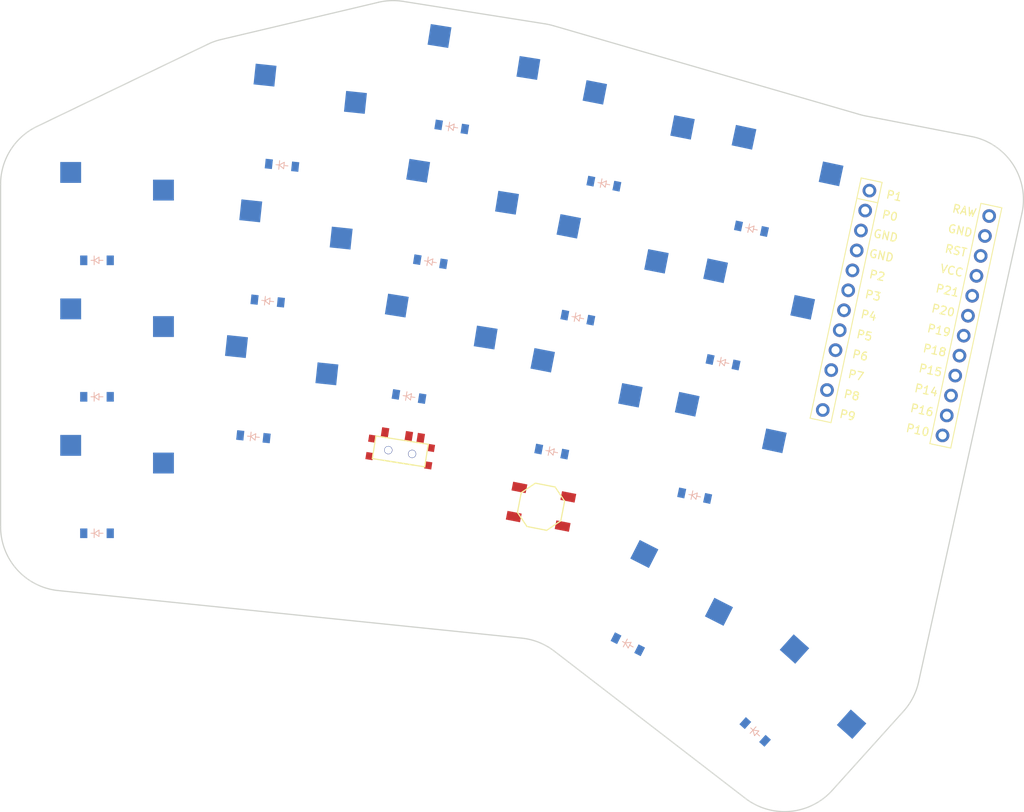
<source format=kicad_pcb>
(kicad_pcb (version 20171130) (host pcbnew 5.1.6)
  (title_block (title "splaynin") (rev "v1.0.0") (company "Unknown"))
  (layers (0 F.Cu signal) (31 B.Cu signal) (34 B.Paste user) (35 F.Paste user) (36 B.SilkS user) (37 F.SilkS user) (38 B.Mask user) (39 F.Mask user) (44 Edge.Cuts user))
  (net 0 "")
  (net 1 "P14")
  (net 2 "pinky_bottom")
  (net 3 "pinky_home")
  (net 4 "pinky_top")
  (net 5 "P16")
  (net 6 "ring_bottom")
  (net 7 "ring_home")
  (net 8 "ring_top")
  (net 9 "P10")
  (net 10 "middle_bottom")
  (net 11 "middle_home")
  (net 12 "middle_top")
  (net 13 "P8")
  (net 14 "index_bottom")
  (net 15 "index_home")
  (net 16 "index_top")
  (net 17 "P9")
  (net 18 "inner_bottom")
  (net 19 "inner_home")
  (net 20 "inner_top")
  (net 21 "left_onerow")
  (net 22 "right_onerow")
  (net 23 "P18")
  (net 24 "P19")
  (net 25 "P20")
  (net 26 "P15")
  (net 27 "RAW")
  (net 28 "GND")
  (net 29 "RST")
  (net 30 "VCC")
  (net 31 "P21")
  (net 32 "P1")
  (net 33 "P0")
  (net 34 "P2")
  (net 35 "P3")
  (net 36 "P4")
  (net 37 "P5")
  (net 38 "P6")
  (net 39 "P7")
  (net 40 "P101")
  (net 41 "P102")
  (net 42 "P107")
  (net 43 "MCU1_24")
  (net 44 "MCU1_1")
  (net 45 "MCU1_23")
  (net 46 "MCU1_2")
  (net 47 "MCU1_22")
  (net 48 "MCU1_3")
  (net 49 "MCU1_21")
  (net 50 "MCU1_4")
  (net 51 "MCU1_20")
  (net 52 "MCU1_5")
  (net 53 "MCU1_19")
  (net 54 "MCU1_6")
  (net 55 "MCU1_18")
  (net 56 "MCU1_7")
  (net 57 "MCU1_17")
  (net 58 "MCU1_8")
  (net 59 "MCU1_16")
  (net 60 "MCU1_9")
  (net 61 "MCU1_15")
  (net 62 "MCU1_10")
  (net 63 "MCU1_14")
  (net 64 "MCU1_11")
  (net 65 "MCU1_13")
  (net 66 "MCU1_12")
  (module PG1350 (layer F.Cu) (at 100 100 0)
    (fp_text reference "S1" hide)
    (fp_text value "" hide)
    (pad "" np_thru_hole circle (at 0 0) (size 3.429 3.429) (drill 3.429) (layers *.Cu *.Mask))
    (pad "" np_thru_hole circle (at 5.5 0) (size 1.7018 1.7018) (drill 1.7018) (layers *.Cu *.Mask))
    (pad "" np_thru_hole circle (at -5.5 0) (size 1.7018 1.7018) (drill 1.7018) (layers *.Cu *.Mask))
    (pad "" np_thru_hole circle (at 5 -3.75) (size 3 3) (drill 3) (layers *.Cu *.Mask))
    (pad "" np_thru_hole circle (at 0 -5.95) (size 3 3) (drill 3) (layers *.Cu *.Mask))
    (pad 1 smd rect (at -3.275 -5.95 0) (size 2.6 2.6) (layers B.Cu B.Paste B.Mask) (net 1 "P14"))
    (pad 2 smd rect (at 8.275 -3.75 0) (size 2.6 2.6) (layers B.Cu B.Paste B.Mask) (net 2 "pinky_bottom"))
  )
  (module PG1350 (layer F.Cu) (at 100 83 0)
    (fp_text reference "S2" hide)
    (fp_text value "" hide)
    (pad "" np_thru_hole circle (at 0 0) (size 3.429 3.429) (drill 3.429) (layers *.Cu *.Mask))
    (pad "" np_thru_hole circle (at 5.5 0) (size 1.7018 1.7018) (drill 1.7018) (layers *.Cu *.Mask))
    (pad "" np_thru_hole circle (at -5.5 0) (size 1.7018 1.7018) (drill 1.7018) (layers *.Cu *.Mask))
    (pad "" np_thru_hole circle (at 5 -3.75) (size 3 3) (drill 3) (layers *.Cu *.Mask))
    (pad "" np_thru_hole circle (at 0 -5.95) (size 3 3) (drill 3) (layers *.Cu *.Mask))
    (pad 1 smd rect (at -3.275 -5.95 0) (size 2.6 2.6) (layers B.Cu B.Paste B.Mask) (net 1 "P14"))
    (pad 2 smd rect (at 8.275 -3.75 0) (size 2.6 2.6) (layers B.Cu B.Paste B.Mask) (net 3 "pinky_home"))
  )
  (module PG1350 (layer F.Cu) (at 100 66 0)
    (fp_text reference "S3" hide)
    (fp_text value "" hide)
    (pad "" np_thru_hole circle (at 0 0) (size 3.429 3.429) (drill 3.429) (layers *.Cu *.Mask))
    (pad "" np_thru_hole circle (at 5.5 0) (size 1.7018 1.7018) (drill 1.7018) (layers *.Cu *.Mask))
    (pad "" np_thru_hole circle (at -5.5 0) (size 1.7018 1.7018) (drill 1.7018) (layers *.Cu *.Mask))
    (pad "" np_thru_hole circle (at 5 -3.75) (size 3 3) (drill 3) (layers *.Cu *.Mask))
    (pad "" np_thru_hole circle (at 0 -5.95) (size 3 3) (drill 3) (layers *.Cu *.Mask))
    (pad 1 smd rect (at -3.275 -5.95 0) (size 2.6 2.6) (layers B.Cu B.Paste B.Mask) (net 1 "P14"))
    (pad 2 smd rect (at 8.275 -3.75 0) (size 2.6 2.6) (layers B.Cu B.Paste B.Mask) (net 4 "pinky_top"))
  )
  (module PG1350 (layer F.Cu) (at 120 88 -6)
    (fp_text reference "S4" hide)
    (fp_text value "" hide)
    (pad "" np_thru_hole circle (at 0 0) (size 3.429 3.429) (drill 3.429) (layers *.Cu *.Mask))
    (pad "" np_thru_hole circle (at 5.5 0) (size 1.7018 1.7018) (drill 1.7018) (layers *.Cu *.Mask))
    (pad "" np_thru_hole circle (at -5.5 0) (size 1.7018 1.7018) (drill 1.7018) (layers *.Cu *.Mask))
    (pad "" np_thru_hole circle (at 5 -3.75) (size 3 3) (drill 3) (layers *.Cu *.Mask))
    (pad "" np_thru_hole circle (at 0 -5.95) (size 3 3) (drill 3) (layers *.Cu *.Mask))
    (pad 1 smd rect (at -3.275 -5.95 -6) (size 2.6 2.6) (layers B.Cu B.Paste B.Mask) (net 5 "P16"))
    (pad 2 smd rect (at 8.275 -3.75 -6) (size 2.6 2.6) (layers B.Cu B.Paste B.Mask) (net 6 "ring_bottom"))
  )
  (module PG1350 (layer F.Cu) (at 121.7769839 71.0931278 -6)
    (fp_text reference "S5" hide)
    (fp_text value "" hide)
    (pad "" np_thru_hole circle (at 0 0) (size 3.429 3.429) (drill 3.429) (layers *.Cu *.Mask))
    (pad "" np_thru_hole circle (at 5.5 0) (size 1.7018 1.7018) (drill 1.7018) (layers *.Cu *.Mask))
    (pad "" np_thru_hole circle (at -5.5 0) (size 1.7018 1.7018) (drill 1.7018) (layers *.Cu *.Mask))
    (pad "" np_thru_hole circle (at 5 -3.75) (size 3 3) (drill 3) (layers *.Cu *.Mask))
    (pad "" np_thru_hole circle (at 0 -5.95) (size 3 3) (drill 3) (layers *.Cu *.Mask))
    (pad 1 smd rect (at -3.275 -5.95 -6) (size 2.6 2.6) (layers B.Cu B.Paste B.Mask) (net 5 "P16"))
    (pad 2 smd rect (at 8.275 -3.75 -6) (size 2.6 2.6) (layers B.Cu B.Paste B.Mask) (net 7 "ring_home"))
  )
  (module PG1350 (layer F.Cu) (at 123.55396780000001 54.18625560000001 -6)
    (fp_text reference "S6" hide)
    (fp_text value "" hide)
    (pad "" np_thru_hole circle (at 0 0) (size 3.429 3.429) (drill 3.429) (layers *.Cu *.Mask))
    (pad "" np_thru_hole circle (at 5.5 0) (size 1.7018 1.7018) (drill 1.7018) (layers *.Cu *.Mask))
    (pad "" np_thru_hole circle (at -5.5 0) (size 1.7018 1.7018) (drill 1.7018) (layers *.Cu *.Mask))
    (pad "" np_thru_hole circle (at 5 -3.75) (size 3 3) (drill 3) (layers *.Cu *.Mask))
    (pad "" np_thru_hole circle (at 0 -5.95) (size 3 3) (drill 3) (layers *.Cu *.Mask))
    (pad 1 smd rect (at -3.275 -5.95 -6) (size 2.6 2.6) (layers B.Cu B.Paste B.Mask) (net 5 "P16"))
    (pad 2 smd rect (at 8.275 -3.75 -6) (size 2.6 2.6) (layers B.Cu B.Paste B.Mask) (net 8 "ring_top"))
  )
  (module PG1350 (layer F.Cu) (at 139.6276153 83.0243875 -9)
    (fp_text reference "S7" hide)
    (fp_text value "" hide)
    (pad "" np_thru_hole circle (at 0 0) (size 3.429 3.429) (drill 3.429) (layers *.Cu *.Mask))
    (pad "" np_thru_hole circle (at 5.5 0) (size 1.7018 1.7018) (drill 1.7018) (layers *.Cu *.Mask))
    (pad "" np_thru_hole circle (at -5.5 0) (size 1.7018 1.7018) (drill 1.7018) (layers *.Cu *.Mask))
    (pad "" np_thru_hole circle (at 5 -3.75) (size 3 3) (drill 3) (layers *.Cu *.Mask))
    (pad "" np_thru_hole circle (at 0 -5.95) (size 3 3) (drill 3) (layers *.Cu *.Mask))
    (pad 1 smd rect (at -3.275 -5.95 -9) (size 2.6 2.6) (layers B.Cu B.Paste B.Mask) (net 9 "P10"))
    (pad 2 smd rect (at 8.275 -3.75 -9) (size 2.6 2.6) (layers B.Cu B.Paste B.Mask) (net 10 "middle_bottom"))
  )
  (module PG1350 (layer F.Cu) (at 142.2870012 66.2336857 -9)
    (fp_text reference "S8" hide)
    (fp_text value "" hide)
    (pad "" np_thru_hole circle (at 0 0) (size 3.429 3.429) (drill 3.429) (layers *.Cu *.Mask))
    (pad "" np_thru_hole circle (at 5.5 0) (size 1.7018 1.7018) (drill 1.7018) (layers *.Cu *.Mask))
    (pad "" np_thru_hole circle (at -5.5 0) (size 1.7018 1.7018) (drill 1.7018) (layers *.Cu *.Mask))
    (pad "" np_thru_hole circle (at 5 -3.75) (size 3 3) (drill 3) (layers *.Cu *.Mask))
    (pad "" np_thru_hole circle (at 0 -5.95) (size 3 3) (drill 3) (layers *.Cu *.Mask))
    (pad 1 smd rect (at -3.275 -5.95 -9) (size 2.6 2.6) (layers B.Cu B.Paste B.Mask) (net 9 "P10"))
    (pad 2 smd rect (at 8.275 -3.75 -9) (size 2.6 2.6) (layers B.Cu B.Paste B.Mask) (net 11 "middle_home"))
  )
  (module PG1350 (layer F.Cu) (at 144.94638709999998 49.442983899999994 -9)
    (fp_text reference "S9" hide)
    (fp_text value "" hide)
    (pad "" np_thru_hole circle (at 0 0) (size 3.429 3.429) (drill 3.429) (layers *.Cu *.Mask))
    (pad "" np_thru_hole circle (at 5.5 0) (size 1.7018 1.7018) (drill 1.7018) (layers *.Cu *.Mask))
    (pad "" np_thru_hole circle (at -5.5 0) (size 1.7018 1.7018) (drill 1.7018) (layers *.Cu *.Mask))
    (pad "" np_thru_hole circle (at 5 -3.75) (size 3 3) (drill 3) (layers *.Cu *.Mask))
    (pad "" np_thru_hole circle (at 0 -5.95) (size 3 3) (drill 3) (layers *.Cu *.Mask))
    (pad 1 smd rect (at -3.275 -5.95 -9) (size 2.6 2.6) (layers B.Cu B.Paste B.Mask) (net 9 "P10"))
    (pad 2 smd rect (at 8.275 -3.75 -9) (size 2.6 2.6) (layers B.Cu B.Paste B.Mask) (net 12 "middle_top"))
  )
  (module PG1350 (layer F.Cu) (at 157.5704182 89.9161088 -11)
    (fp_text reference "S10" hide)
    (fp_text value "" hide)
    (pad "" np_thru_hole circle (at 0 0) (size 3.429 3.429) (drill 3.429) (layers *.Cu *.Mask))
    (pad "" np_thru_hole circle (at 5.5 0) (size 1.7018 1.7018) (drill 1.7018) (layers *.Cu *.Mask))
    (pad "" np_thru_hole circle (at -5.5 0) (size 1.7018 1.7018) (drill 1.7018) (layers *.Cu *.Mask))
    (pad "" np_thru_hole circle (at 5 -3.75) (size 3 3) (drill 3) (layers *.Cu *.Mask))
    (pad "" np_thru_hole circle (at 0 -5.95) (size 3 3) (drill 3) (layers *.Cu *.Mask))
    (pad 1 smd rect (at -3.275 -5.95 -11) (size 2.6 2.6) (layers B.Cu B.Paste B.Mask) (net 13 "P8"))
    (pad 2 smd rect (at 8.275 -3.75 -11) (size 2.6 2.6) (layers B.Cu B.Paste B.Mask) (net 14 "index_bottom"))
  )
  (module PG1350 (layer F.Cu) (at 160.8141711 73.2284467 -11)
    (fp_text reference "S11" hide)
    (fp_text value "" hide)
    (pad "" np_thru_hole circle (at 0 0) (size 3.429 3.429) (drill 3.429) (layers *.Cu *.Mask))
    (pad "" np_thru_hole circle (at 5.5 0) (size 1.7018 1.7018) (drill 1.7018) (layers *.Cu *.Mask))
    (pad "" np_thru_hole circle (at -5.5 0) (size 1.7018 1.7018) (drill 1.7018) (layers *.Cu *.Mask))
    (pad "" np_thru_hole circle (at 5 -3.75) (size 3 3) (drill 3) (layers *.Cu *.Mask))
    (pad "" np_thru_hole circle (at 0 -5.95) (size 3 3) (drill 3) (layers *.Cu *.Mask))
    (pad 1 smd rect (at -3.275 -5.95 -11) (size 2.6 2.6) (layers B.Cu B.Paste B.Mask) (net 13 "P8"))
    (pad 2 smd rect (at 8.275 -3.75 -11) (size 2.6 2.6) (layers B.Cu B.Paste B.Mask) (net 15 "index_home"))
  )
  (module PG1350 (layer F.Cu) (at 164.057924 56.54078460000001 -11)
    (fp_text reference "S12" hide)
    (fp_text value "" hide)
    (pad "" np_thru_hole circle (at 0 0) (size 3.429 3.429) (drill 3.429) (layers *.Cu *.Mask))
    (pad "" np_thru_hole circle (at 5.5 0) (size 1.7018 1.7018) (drill 1.7018) (layers *.Cu *.Mask))
    (pad "" np_thru_hole circle (at -5.5 0) (size 1.7018 1.7018) (drill 1.7018) (layers *.Cu *.Mask))
    (pad "" np_thru_hole circle (at 5 -3.75) (size 3 3) (drill 3) (layers *.Cu *.Mask))
    (pad "" np_thru_hole circle (at 0 -5.95) (size 3 3) (drill 3) (layers *.Cu *.Mask))
    (pad 1 smd rect (at -3.275 -5.95 -11) (size 2.6 2.6) (layers B.Cu B.Paste B.Mask) (net 13 "P8"))
    (pad 2 smd rect (at 8.275 -3.75 -11) (size 2.6 2.6) (layers B.Cu B.Paste B.Mask) (net 16 "index_top"))
  )
  (module PG1350 (layer F.Cu) (at 175.44706580000002 95.4284104 -12)
    (fp_text reference "S13" hide)
    (fp_text value "" hide)
    (pad "" np_thru_hole circle (at 0 0) (size 3.429 3.429) (drill 3.429) (layers *.Cu *.Mask))
    (pad "" np_thru_hole circle (at 5.5 0) (size 1.7018 1.7018) (drill 1.7018) (layers *.Cu *.Mask))
    (pad "" np_thru_hole circle (at -5.5 0) (size 1.7018 1.7018) (drill 1.7018) (layers *.Cu *.Mask))
    (pad "" np_thru_hole circle (at 5 -3.75) (size 3 3) (drill 3) (layers *.Cu *.Mask))
    (pad "" np_thru_hole circle (at 0 -5.95) (size 3 3) (drill 3) (layers *.Cu *.Mask))
    (pad 1 smd rect (at -3.275 -5.95 -12) (size 2.6 2.6) (layers B.Cu B.Paste B.Mask) (net 17 "P9"))
    (pad 2 smd rect (at 8.275 -3.75 -12) (size 2.6 2.6) (layers B.Cu B.Paste B.Mask) (net 18 "inner_bottom"))
  )
  (module PG1350 (layer F.Cu) (at 178.98156450000002 78.79990120000001 -12)
    (fp_text reference "S14" hide)
    (fp_text value "" hide)
    (pad "" np_thru_hole circle (at 0 0) (size 3.429 3.429) (drill 3.429) (layers *.Cu *.Mask))
    (pad "" np_thru_hole circle (at 5.5 0) (size 1.7018 1.7018) (drill 1.7018) (layers *.Cu *.Mask))
    (pad "" np_thru_hole circle (at -5.5 0) (size 1.7018 1.7018) (drill 1.7018) (layers *.Cu *.Mask))
    (pad "" np_thru_hole circle (at 5 -3.75) (size 3 3) (drill 3) (layers *.Cu *.Mask))
    (pad "" np_thru_hole circle (at 0 -5.95) (size 3 3) (drill 3) (layers *.Cu *.Mask))
    (pad 1 smd rect (at -3.275 -5.95 -12) (size 2.6 2.6) (layers B.Cu B.Paste B.Mask) (net 17 "P9"))
    (pad 2 smd rect (at 8.275 -3.75 -12) (size 2.6 2.6) (layers B.Cu B.Paste B.Mask) (net 19 "inner_home"))
  )
  (module PG1350 (layer F.Cu) (at 182.51606320000002 62.17139200000001 -12)
    (fp_text reference "S15" hide)
    (fp_text value "" hide)
    (pad "" np_thru_hole circle (at 0 0) (size 3.429 3.429) (drill 3.429) (layers *.Cu *.Mask))
    (pad "" np_thru_hole circle (at 5.5 0) (size 1.7018 1.7018) (drill 1.7018) (layers *.Cu *.Mask))
    (pad "" np_thru_hole circle (at -5.5 0) (size 1.7018 1.7018) (drill 1.7018) (layers *.Cu *.Mask))
    (pad "" np_thru_hole circle (at 5 -3.75) (size 3 3) (drill 3) (layers *.Cu *.Mask))
    (pad "" np_thru_hole circle (at 0 -5.95) (size 3 3) (drill 3) (layers *.Cu *.Mask))
    (pad 1 smd rect (at -3.275 -5.95 -12) (size 2.6 2.6) (layers B.Cu B.Paste B.Mask) (net 17 "P9"))
    (pad 2 smd rect (at 8.275 -3.75 -12) (size 2.6 2.6) (layers B.Cu B.Paste B.Mask) (net 20 "inner_top"))
  )
  (module PG1350 (layer F.Cu) (at 168.3543892 114.36762730000001 -27)
    (fp_text reference "S16" hide)
    (fp_text value "" hide)
    (pad "" np_thru_hole circle (at 0 0) (size 3.429 3.429) (drill 3.429) (layers *.Cu *.Mask))
    (pad "" np_thru_hole circle (at 5.5 0) (size 1.7018 1.7018) (drill 1.7018) (layers *.Cu *.Mask))
    (pad "" np_thru_hole circle (at -5.5 0) (size 1.7018 1.7018) (drill 1.7018) (layers *.Cu *.Mask))
    (pad "" np_thru_hole circle (at 5 -3.75) (size 3 3) (drill 3) (layers *.Cu *.Mask))
    (pad "" np_thru_hole circle (at 0 -5.95) (size 3 3) (drill 3) (layers *.Cu *.Mask))
    (pad 1 smd rect (at -3.275 -5.95 -27) (size 2.6 2.6) (layers B.Cu B.Paste B.Mask) (net 13 "P8"))
    (pad 2 smd rect (at 8.275 -3.75 -27) (size 2.6 2.6) (layers B.Cu B.Paste B.Mask) (net 21 "left_onerow"))
  )
  (module PG1350 (layer F.Cu) (at 185.2836799 126.0331378 -42)
    (fp_text reference "S17" hide)
    (fp_text value "" hide)
    (pad "" np_thru_hole circle (at 0 0) (size 3.429 3.429) (drill 3.429) (layers *.Cu *.Mask))
    (pad "" np_thru_hole circle (at 5.5 0) (size 1.7018 1.7018) (drill 1.7018) (layers *.Cu *.Mask))
    (pad "" np_thru_hole circle (at -5.5 0) (size 1.7018 1.7018) (drill 1.7018) (layers *.Cu *.Mask))
    (pad "" np_thru_hole circle (at 5 -3.75) (size 3 3) (drill 3) (layers *.Cu *.Mask))
    (pad "" np_thru_hole circle (at 0 -5.95) (size 3 3) (drill 3) (layers *.Cu *.Mask))
    (pad 1 smd rect (at -3.275 -5.95 -42) (size 2.6 2.6) (layers B.Cu B.Paste B.Mask) (net 17 "P9"))
    (pad 2 smd rect (at 8.275 -3.75 -42) (size 2.6 2.6) (layers B.Cu B.Paste B.Mask) (net 22 "right_onerow"))
  )
  (footprint "ceoloide:diode_tht_sod123" (layer "B.Cu") (at 100 105 0)
    (property "Reference" "D1" hide)
    (fp_line (start 0.25 0) (end 0.75 0) (layer "B.SilkS") (stroke (width 0.1)))
    (fp_line (start 0.25 0.4) (end -0.35 0) (layer "B.SilkS") (stroke (width 0.1)))
    (fp_line (start 0.25 -0.4) (end 0.25 0.4) (layer "B.SilkS") (stroke (width 0.1)))
    (fp_line (start -0.35 0) (end 0.25 -0.4) (layer "B.SilkS") (stroke (width 0.1)))
    (fp_line (start -0.35 0) (end -0.35 0.55) (layer "B.SilkS") (stroke (width 0.1)))
    (fp_line (start -0.35 0) (end -0.35 -0.55) (layer "B.SilkS") (stroke (width 0.1)))
    (fp_line (start -0.75 0) (end -0.35 0) (layer "B.SilkS") (stroke (width 0.1)))
    (pad "1" smd rect (at -1.65 0 0) (size 0.9 1.2) (layers "B.Cu" "B.Paste" "B.Mask") (net 23 "P18"))
    (pad "2" smd rect (at 1.65 0 0) (size 0.9 1.2) (layers "B.Cu" "B.Paste" "B.Mask") (net 2 "pinky_bottom"))
  )
  (footprint "ceoloide:diode_tht_sod123" (layer "B.Cu") (at 100 88 0)
    (property "Reference" "D2" hide)
    (fp_line (start 0.25 0) (end 0.75 0) (layer "B.SilkS") (stroke (width 0.1)))
    (fp_line (start 0.25 0.4) (end -0.35 0) (layer "B.SilkS") (stroke (width 0.1)))
    (fp_line (start 0.25 -0.4) (end 0.25 0.4) (layer "B.SilkS") (stroke (width 0.1)))
    (fp_line (start -0.35 0) (end 0.25 -0.4) (layer "B.SilkS") (stroke (width 0.1)))
    (fp_line (start -0.35 0) (end -0.35 0.55) (layer "B.SilkS") (stroke (width 0.1)))
    (fp_line (start -0.35 0) (end -0.35 -0.55) (layer "B.SilkS") (stroke (width 0.1)))
    (fp_line (start -0.75 0) (end -0.35 0) (layer "B.SilkS") (stroke (width 0.1)))
    (pad "1" smd rect (at -1.65 0 0) (size 0.9 1.2) (layers "B.Cu" "B.Paste" "B.Mask") (net 24 "P19"))
    (pad "2" smd rect (at 1.65 0 0) (size 0.9 1.2) (layers "B.Cu" "B.Paste" "B.Mask") (net 3 "pinky_home"))
  )
  (footprint "ceoloide:diode_tht_sod123" (layer "B.Cu") (at 100 71 0)
    (property "Reference" "D3" hide)
    (fp_line (start 0.25 0) (end 0.75 0) (layer "B.SilkS") (stroke (width 0.1)))
    (fp_line (start 0.25 0.4) (end -0.35 0) (layer "B.SilkS") (stroke (width 0.1)))
    (fp_line (start 0.25 -0.4) (end 0.25 0.4) (layer "B.SilkS") (stroke (width 0.1)))
    (fp_line (start -0.35 0) (end 0.25 -0.4) (layer "B.SilkS") (stroke (width 0.1)))
    (fp_line (start -0.35 0) (end -0.35 0.55) (layer "B.SilkS") (stroke (width 0.1)))
    (fp_line (start -0.35 0) (end -0.35 -0.55) (layer "B.SilkS") (stroke (width 0.1)))
    (fp_line (start -0.75 0) (end -0.35 0) (layer "B.SilkS") (stroke (width 0.1)))
    (pad "1" smd rect (at -1.65 0 0) (size 0.9 1.2) (layers "B.Cu" "B.Paste" "B.Mask") (net 25 "P20"))
    (pad "2" smd rect (at 1.65 0 0) (size 0.9 1.2) (layers "B.Cu" "B.Paste" "B.Mask") (net 4 "pinky_top"))
  )
  (footprint "ceoloide:diode_tht_sod123" (layer "B.Cu") (at 119.4773577 92.9726095 -6)
    (property "Reference" "D4" hide)
    (fp_line (start 0.25 0) (end 0.75 0) (layer "B.SilkS") (stroke (width 0.1)))
    (fp_line (start 0.25 0.4) (end -0.35 0) (layer "B.SilkS") (stroke (width 0.1)))
    (fp_line (start 0.25 -0.4) (end 0.25 0.4) (layer "B.SilkS") (stroke (width 0.1)))
    (fp_line (start -0.35 0) (end 0.25 -0.4) (layer "B.SilkS") (stroke (width 0.1)))
    (fp_line (start -0.35 0) (end -0.35 0.55) (layer "B.SilkS") (stroke (width 0.1)))
    (fp_line (start -0.35 0) (end -0.35 -0.55) (layer "B.SilkS") (stroke (width 0.1)))
    (fp_line (start -0.75 0) (end -0.35 0) (layer "B.SilkS") (stroke (width 0.1)))
    (pad "1" smd rect (at -1.65 0 -6) (size 0.9 1.2) (layers "B.Cu" "B.Paste" "B.Mask") (net 23 "P18"))
    (pad "2" smd rect (at 1.65 0 -6) (size 0.9 1.2) (layers "B.Cu" "B.Paste" "B.Mask") (net 6 "ring_bottom"))
  )
  (footprint "ceoloide:diode_tht_sod123" (layer "B.Cu") (at 121.2543416 76.06573730000001 -6)
    (property "Reference" "D5" hide)
    (fp_line (start 0.25 0) (end 0.75 0) (layer "B.SilkS") (stroke (width 0.1)))
    (fp_line (start 0.25 0.4) (end -0.35 0) (layer "B.SilkS") (stroke (width 0.1)))
    (fp_line (start 0.25 -0.4) (end 0.25 0.4) (layer "B.SilkS") (stroke (width 0.1)))
    (fp_line (start -0.35 0) (end 0.25 -0.4) (layer "B.SilkS") (stroke (width 0.1)))
    (fp_line (start -0.35 0) (end -0.35 0.55) (layer "B.SilkS") (stroke (width 0.1)))
    (fp_line (start -0.35 0) (end -0.35 -0.55) (layer "B.SilkS") (stroke (width 0.1)))
    (fp_line (start -0.75 0) (end -0.35 0) (layer "B.SilkS") (stroke (width 0.1)))
    (pad "1" smd rect (at -1.65 0 -6) (size 0.9 1.2) (layers "B.Cu" "B.Paste" "B.Mask") (net 24 "P19"))
    (pad "2" smd rect (at 1.65 0 -6) (size 0.9 1.2) (layers "B.Cu" "B.Paste" "B.Mask") (net 7 "ring_home"))
  )
  (footprint "ceoloide:diode_tht_sod123" (layer "B.Cu") (at 123.03132550000001 59.15886510000001 -6)
    (property "Reference" "D6" hide)
    (fp_line (start 0.25 0) (end 0.75 0) (layer "B.SilkS") (stroke (width 0.1)))
    (fp_line (start 0.25 0.4) (end -0.35 0) (layer "B.SilkS") (stroke (width 0.1)))
    (fp_line (start 0.25 -0.4) (end 0.25 0.4) (layer "B.SilkS") (stroke (width 0.1)))
    (fp_line (start -0.35 0) (end 0.25 -0.4) (layer "B.SilkS") (stroke (width 0.1)))
    (fp_line (start -0.35 0) (end -0.35 0.55) (layer "B.SilkS") (stroke (width 0.1)))
    (fp_line (start -0.35 0) (end -0.35 -0.55) (layer "B.SilkS") (stroke (width 0.1)))
    (fp_line (start -0.75 0) (end -0.35 0) (layer "B.SilkS") (stroke (width 0.1)))
    (pad "1" smd rect (at -1.65 0 -6) (size 0.9 1.2) (layers "B.Cu" "B.Paste" "B.Mask") (net 25 "P20"))
    (pad "2" smd rect (at 1.65 0 -6) (size 0.9 1.2) (layers "B.Cu" "B.Paste" "B.Mask") (net 8 "ring_top"))
  )
  (footprint "ceoloide:diode_tht_sod123" (layer "B.Cu") (at 138.845443 87.9628292 -9)
    (property "Reference" "D7" hide)
    (fp_line (start 0.25 0) (end 0.75 0) (layer "B.SilkS") (stroke (width 0.1)))
    (fp_line (start 0.25 0.4) (end -0.35 0) (layer "B.SilkS") (stroke (width 0.1)))
    (fp_line (start 0.25 -0.4) (end 0.25 0.4) (layer "B.SilkS") (stroke (width 0.1)))
    (fp_line (start -0.35 0) (end 0.25 -0.4) (layer "B.SilkS") (stroke (width 0.1)))
    (fp_line (start -0.35 0) (end -0.35 0.55) (layer "B.SilkS") (stroke (width 0.1)))
    (fp_line (start -0.35 0) (end -0.35 -0.55) (layer "B.SilkS") (stroke (width 0.1)))
    (fp_line (start -0.75 0) (end -0.35 0) (layer "B.SilkS") (stroke (width 0.1)))
    (pad "1" smd rect (at -1.65 0 -9) (size 0.9 1.2) (layers "B.Cu" "B.Paste" "B.Mask") (net 23 "P18"))
    (pad "2" smd rect (at 1.65 0 -9) (size 0.9 1.2) (layers "B.Cu" "B.Paste" "B.Mask") (net 10 "middle_bottom"))
  )
  (footprint "ceoloide:diode_tht_sod123" (layer "B.Cu") (at 141.50482889999998 71.1721274 -9)
    (property "Reference" "D8" hide)
    (fp_line (start 0.25 0) (end 0.75 0) (layer "B.SilkS") (stroke (width 0.1)))
    (fp_line (start 0.25 0.4) (end -0.35 0) (layer "B.SilkS") (stroke (width 0.1)))
    (fp_line (start 0.25 -0.4) (end 0.25 0.4) (layer "B.SilkS") (stroke (width 0.1)))
    (fp_line (start -0.35 0) (end 0.25 -0.4) (layer "B.SilkS") (stroke (width 0.1)))
    (fp_line (start -0.35 0) (end -0.35 0.55) (layer "B.SilkS") (stroke (width 0.1)))
    (fp_line (start -0.35 0) (end -0.35 -0.55) (layer "B.SilkS") (stroke (width 0.1)))
    (fp_line (start -0.75 0) (end -0.35 0) (layer "B.SilkS") (stroke (width 0.1)))
    (pad "1" smd rect (at -1.65 0 -9) (size 0.9 1.2) (layers "B.Cu" "B.Paste" "B.Mask") (net 24 "P19"))
    (pad "2" smd rect (at 1.65 0 -9) (size 0.9 1.2) (layers "B.Cu" "B.Paste" "B.Mask") (net 11 "middle_home"))
  )
  (footprint "ceoloide:diode_tht_sod123" (layer "B.Cu") (at 144.16421479999997 54.38142559999999 -9)
    (property "Reference" "D9" hide)
    (fp_line (start 0.25 0) (end 0.75 0) (layer "B.SilkS") (stroke (width 0.1)))
    (fp_line (start 0.25 0.4) (end -0.35 0) (layer "B.SilkS") (stroke (width 0.1)))
    (fp_line (start 0.25 -0.4) (end 0.25 0.4) (layer "B.SilkS") (stroke (width 0.1)))
    (fp_line (start -0.35 0) (end 0.25 -0.4) (layer "B.SilkS") (stroke (width 0.1)))
    (fp_line (start -0.35 0) (end -0.35 0.55) (layer "B.SilkS") (stroke (width 0.1)))
    (fp_line (start -0.35 0) (end -0.35 -0.55) (layer "B.SilkS") (stroke (width 0.1)))
    (fp_line (start -0.75 0) (end -0.35 0) (layer "B.SilkS") (stroke (width 0.1)))
    (pad "1" smd rect (at -1.65 0 -9) (size 0.9 1.2) (layers "B.Cu" "B.Paste" "B.Mask") (net 25 "P20"))
    (pad "2" smd rect (at 1.65 0 -9) (size 0.9 1.2) (layers "B.Cu" "B.Paste" "B.Mask") (net 12 "middle_top"))
  )
  (footprint "ceoloide:diode_tht_sod123" (layer "B.Cu") (at 156.6163732 94.82424470000001 -11)
    (property "Reference" "D10" hide)
    (fp_line (start 0.25 0) (end 0.75 0) (layer "B.SilkS") (stroke (width 0.1)))
    (fp_line (start 0.25 0.4) (end -0.35 0) (layer "B.SilkS") (stroke (width 0.1)))
    (fp_line (start 0.25 -0.4) (end 0.25 0.4) (layer "B.SilkS") (stroke (width 0.1)))
    (fp_line (start -0.35 0) (end 0.25 -0.4) (layer "B.SilkS") (stroke (width 0.1)))
    (fp_line (start -0.35 0) (end -0.35 0.55) (layer "B.SilkS") (stroke (width 0.1)))
    (fp_line (start -0.35 0) (end -0.35 -0.55) (layer "B.SilkS") (stroke (width 0.1)))
    (fp_line (start -0.75 0) (end -0.35 0) (layer "B.SilkS") (stroke (width 0.1)))
    (pad "1" smd rect (at -1.65 0 -11) (size 0.9 1.2) (layers "B.Cu" "B.Paste" "B.Mask") (net 23 "P18"))
    (pad "2" smd rect (at 1.65 0 -11) (size 0.9 1.2) (layers "B.Cu" "B.Paste" "B.Mask") (net 14 "index_bottom"))
  )
  (footprint "ceoloide:diode_tht_sod123" (layer "B.Cu") (at 159.8601261 78.13658260000001 -11)
    (property "Reference" "D11" hide)
    (fp_line (start 0.25 0) (end 0.75 0) (layer "B.SilkS") (stroke (width 0.1)))
    (fp_line (start 0.25 0.4) (end -0.35 0) (layer "B.SilkS") (stroke (width 0.1)))
    (fp_line (start 0.25 -0.4) (end 0.25 0.4) (layer "B.SilkS") (stroke (width 0.1)))
    (fp_line (start -0.35 0) (end 0.25 -0.4) (layer "B.SilkS") (stroke (width 0.1)))
    (fp_line (start -0.35 0) (end -0.35 0.55) (layer "B.SilkS") (stroke (width 0.1)))
    (fp_line (start -0.35 0) (end -0.35 -0.55) (layer "B.SilkS") (stroke (width 0.1)))
    (fp_line (start -0.75 0) (end -0.35 0) (layer "B.SilkS") (stroke (width 0.1)))
    (pad "1" smd rect (at -1.65 0 -11) (size 0.9 1.2) (layers "B.Cu" "B.Paste" "B.Mask") (net 24 "P19"))
    (pad "2" smd rect (at 1.65 0 -11) (size 0.9 1.2) (layers "B.Cu" "B.Paste" "B.Mask") (net 15 "index_home"))
  )
  (footprint "ceoloide:diode_tht_sod123" (layer "B.Cu") (at 163.103879 61.44892050000001 -11)
    (property "Reference" "D12" hide)
    (fp_line (start 0.25 0) (end 0.75 0) (layer "B.SilkS") (stroke (width 0.1)))
    (fp_line (start 0.25 0.4) (end -0.35 0) (layer "B.SilkS") (stroke (width 0.1)))
    (fp_line (start 0.25 -0.4) (end 0.25 0.4) (layer "B.SilkS") (stroke (width 0.1)))
    (fp_line (start -0.35 0) (end 0.25 -0.4) (layer "B.SilkS") (stroke (width 0.1)))
    (fp_line (start -0.35 0) (end -0.35 0.55) (layer "B.SilkS") (stroke (width 0.1)))
    (fp_line (start -0.35 0) (end -0.35 -0.55) (layer "B.SilkS") (stroke (width 0.1)))
    (fp_line (start -0.75 0) (end -0.35 0) (layer "B.SilkS") (stroke (width 0.1)))
    (pad "1" smd rect (at -1.65 0 -11) (size 0.9 1.2) (layers "B.Cu" "B.Paste" "B.Mask") (net 25 "P20"))
    (pad "2" smd rect (at 1.65 0 -11) (size 0.9 1.2) (layers "B.Cu" "B.Paste" "B.Mask") (net 16 "index_top"))
  )
  (footprint "ceoloide:diode_tht_sod123" (layer "B.Cu") (at 174.40750730000002 100.3191484 -12)
    (property "Reference" "D13" hide)
    (fp_line (start 0.25 0) (end 0.75 0) (layer "B.SilkS") (stroke (width 0.1)))
    (fp_line (start 0.25 0.4) (end -0.35 0) (layer "B.SilkS") (stroke (width 0.1)))
    (fp_line (start 0.25 -0.4) (end 0.25 0.4) (layer "B.SilkS") (stroke (width 0.1)))
    (fp_line (start -0.35 0) (end 0.25 -0.4) (layer "B.SilkS") (stroke (width 0.1)))
    (fp_line (start -0.35 0) (end -0.35 0.55) (layer "B.SilkS") (stroke (width 0.1)))
    (fp_line (start -0.35 0) (end -0.35 -0.55) (layer "B.SilkS") (stroke (width 0.1)))
    (fp_line (start -0.75 0) (end -0.35 0) (layer "B.SilkS") (stroke (width 0.1)))
    (pad "1" smd rect (at -1.65 0 -12) (size 0.9 1.2) (layers "B.Cu" "B.Paste" "B.Mask") (net 23 "P18"))
    (pad "2" smd rect (at 1.65 0 -12) (size 0.9 1.2) (layers "B.Cu" "B.Paste" "B.Mask") (net 18 "inner_bottom"))
  )
  (footprint "ceoloide:diode_tht_sod123" (layer "B.Cu") (at 177.94200600000002 83.6906392 -12)
    (property "Reference" "D14" hide)
    (fp_line (start 0.25 0) (end 0.75 0) (layer "B.SilkS") (stroke (width 0.1)))
    (fp_line (start 0.25 0.4) (end -0.35 0) (layer "B.SilkS") (stroke (width 0.1)))
    (fp_line (start 0.25 -0.4) (end 0.25 0.4) (layer "B.SilkS") (stroke (width 0.1)))
    (fp_line (start -0.35 0) (end 0.25 -0.4) (layer "B.SilkS") (stroke (width 0.1)))
    (fp_line (start -0.35 0) (end -0.35 0.55) (layer "B.SilkS") (stroke (width 0.1)))
    (fp_line (start -0.35 0) (end -0.35 -0.55) (layer "B.SilkS") (stroke (width 0.1)))
    (fp_line (start -0.75 0) (end -0.35 0) (layer "B.SilkS") (stroke (width 0.1)))
    (pad "1" smd rect (at -1.65 0 -12) (size 0.9 1.2) (layers "B.Cu" "B.Paste" "B.Mask") (net 24 "P19"))
    (pad "2" smd rect (at 1.65 0 -12) (size 0.9 1.2) (layers "B.Cu" "B.Paste" "B.Mask") (net 19 "inner_home"))
  )
  (footprint "ceoloide:diode_tht_sod123" (layer "B.Cu") (at 181.47650470000002 67.06213000000001 -12)
    (property "Reference" "D15" hide)
    (fp_line (start 0.25 0) (end 0.75 0) (layer "B.SilkS") (stroke (width 0.1)))
    (fp_line (start 0.25 0.4) (end -0.35 0) (layer "B.SilkS") (stroke (width 0.1)))
    (fp_line (start 0.25 -0.4) (end 0.25 0.4) (layer "B.SilkS") (stroke (width 0.1)))
    (fp_line (start -0.35 0) (end 0.25 -0.4) (layer "B.SilkS") (stroke (width 0.1)))
    (fp_line (start -0.35 0) (end -0.35 0.55) (layer "B.SilkS") (stroke (width 0.1)))
    (fp_line (start -0.35 0) (end -0.35 -0.55) (layer "B.SilkS") (stroke (width 0.1)))
    (fp_line (start -0.75 0) (end -0.35 0) (layer "B.SilkS") (stroke (width 0.1)))
    (pad "1" smd rect (at -1.65 0 -12) (size 0.9 1.2) (layers "B.Cu" "B.Paste" "B.Mask") (net 25 "P20"))
    (pad "2" smd rect (at 1.65 0 -12) (size 0.9 1.2) (layers "B.Cu" "B.Paste" "B.Mask") (net 20 "inner_top"))
  )
  (footprint "ceoloide:diode_tht_sod123" (layer "B.Cu") (at 166.08443670000003 118.8226599 -27)
    (property "Reference" "D16" hide)
    (fp_line (start 0.25 0) (end 0.75 0) (layer "B.SilkS") (stroke (width 0.1)))
    (fp_line (start 0.25 0.4) (end -0.35 0) (layer "B.SilkS") (stroke (width 0.1)))
    (fp_line (start 0.25 -0.4) (end 0.25 0.4) (layer "B.SilkS") (stroke (width 0.1)))
    (fp_line (start -0.35 0) (end 0.25 -0.4) (layer "B.SilkS") (stroke (width 0.1)))
    (fp_line (start -0.35 0) (end -0.35 0.55) (layer "B.SilkS") (stroke (width 0.1)))
    (fp_line (start -0.35 0) (end -0.35 -0.55) (layer "B.SilkS") (stroke (width 0.1)))
    (fp_line (start -0.75 0) (end -0.35 0) (layer "B.SilkS") (stroke (width 0.1)))
    (pad "1" smd rect (at -1.65 0 -27) (size 0.9 1.2) (layers "B.Cu" "B.Paste" "B.Mask") (net 26 "P15"))
    (pad "2" smd rect (at 1.65 0 -27) (size 0.9 1.2) (layers "B.Cu" "B.Paste" "B.Mask") (net 21 "left_onerow"))
  )
  (footprint "ceoloide:diode_tht_sod123" (layer "B.Cu") (at 181.9380269 129.7488619 -42)
    (property "Reference" "D17" hide)
    (fp_line (start 0.25 0) (end 0.75 0) (layer "B.SilkS") (stroke (width 0.1)))
    (fp_line (start 0.25 0.4) (end -0.35 0) (layer "B.SilkS") (stroke (width 0.1)))
    (fp_line (start 0.25 -0.4) (end 0.25 0.4) (layer "B.SilkS") (stroke (width 0.1)))
    (fp_line (start -0.35 0) (end 0.25 -0.4) (layer "B.SilkS") (stroke (width 0.1)))
    (fp_line (start -0.35 0) (end -0.35 0.55) (layer "B.SilkS") (stroke (width 0.1)))
    (fp_line (start -0.35 0) (end -0.35 -0.55) (layer "B.SilkS") (stroke (width 0.1)))
    (fp_line (start -0.75 0) (end -0.35 0) (layer "B.SilkS") (stroke (width 0.1)))
    (pad "1" smd rect (at -1.65 0 -42) (size 0.9 1.2) (layers "B.Cu" "B.Paste" "B.Mask") (net 26 "P15"))
    (pad "2" smd rect (at 1.65 0 -42) (size 0.9 1.2) (layers "B.Cu" "B.Paste" "B.Mask") (net 22 "right_onerow"))
  )
  (footprint "ceoloide:mcu_nice_nano" (layer "F.Cu") (at 200.9780459 76.31901350000001 -12)
    (property "Reference" "MCU1" hide)
    (pad "24" thru_hole circle (at -7.62 -12.7 -12) (size 1.7 1.7) (drill 1) (layers "*.Cu" "*.Mask") (net 32 "P1"))
    (pad "1" thru_hole circle (at 7.62 -12.7 -12) (size 1.7 1.7) (drill 1) (layers "*.Cu" "*.Mask") (net 27 "RAW"))
    (fp_text user "P1" (at -4.47 -12.7 -12) (layer "F.SilkS"))
    (fp_text user "RAW" (at 4.47 -12.7 -12) (layer "F.SilkS"))
    (pad "23" thru_hole circle (at -7.62 -10.16 -12) (size 1.7 1.7) (drill 1) (layers "*.Cu" "*.Mask") (net 33 "P0"))
    (pad "2" thru_hole circle (at 7.62 -10.16 -12) (size 1.7 1.7) (drill 1) (layers "*.Cu" "*.Mask") (net 28 "GND"))
    (fp_text user "P0" (at -4.47 -10.16 -12) (layer "F.SilkS"))
    (fp_text user "GND" (at 4.47 -10.16 -12) (layer "F.SilkS"))
    (pad "22" thru_hole circle (at -7.62 -7.619999999999999 -12) (size 1.7 1.7) (drill 1) (layers "*.Cu" "*.Mask") (net 28 "GND"))
    (pad "3" thru_hole circle (at 7.62 -7.619999999999999 -12) (size 1.7 1.7) (drill 1) (layers "*.Cu" "*.Mask") (net 29 "RST"))
    (fp_text user "GND" (at -4.47 -7.619999999999999 -12) (layer "F.SilkS"))
    (fp_text user "RST" (at 4.47 -7.619999999999999 -12) (layer "F.SilkS"))
    (pad "21" thru_hole circle (at -7.62 -5.079999999999999 -12) (size 1.7 1.7) (drill 1) (layers "*.Cu" "*.Mask") (net 28 "GND"))
    (pad "4" thru_hole circle (at 7.62 -5.079999999999999 -12) (size 1.7 1.7) (drill 1) (layers "*.Cu" "*.Mask") (net 30 "VCC"))
    (fp_text user "GND" (at -4.47 -5.079999999999999 -12) (layer "F.SilkS"))
    (fp_text user "VCC" (at 4.47 -5.079999999999999 -12) (layer "F.SilkS"))
    (pad "20" thru_hole circle (at -7.62 -2.539999999999999 -12) (size 1.7 1.7) (drill 1) (layers "*.Cu" "*.Mask") (net 34 "P2"))
    (pad "5" thru_hole circle (at 7.62 -2.539999999999999 -12) (size 1.7 1.7) (drill 1) (layers "*.Cu" "*.Mask") (net 31 "P21"))
    (fp_text user "P2" (at -4.47 -2.539999999999999 -12) (layer "F.SilkS"))
    (fp_text user "P21" (at 4.47 -2.539999999999999 -12) (layer "F.SilkS"))
    (pad "19" thru_hole circle (at -7.62 0 -12) (size 1.7 1.7) (drill 1) (layers "*.Cu" "*.Mask") (net 35 "P3"))
    (pad "6" thru_hole circle (at 7.62 0 -12) (size 1.7 1.7) (drill 1) (layers "*.Cu" "*.Mask") (net 25 "P20"))
    (fp_text user "P3" (at -4.47 0 -12) (layer "F.SilkS"))
    (fp_text user "P20" (at 4.47 0 -12) (layer "F.SilkS"))
    (pad "18" thru_hole circle (at -7.62 2.540000000000001 -12) (size 1.7 1.7) (drill 1) (layers "*.Cu" "*.Mask") (net 36 "P4"))
    (pad "7" thru_hole circle (at 7.62 2.540000000000001 -12) (size 1.7 1.7) (drill 1) (layers "*.Cu" "*.Mask") (net 24 "P19"))
    (fp_text user "P4" (at -4.47 2.540000000000001 -12) (layer "F.SilkS"))
    (fp_text user "P19" (at 4.47 2.540000000000001 -12) (layer "F.SilkS"))
    (pad "17" thru_hole circle (at -7.62 5.080000000000002 -12) (size 1.7 1.7) (drill 1) (layers "*.Cu" "*.Mask") (net 37 "P5"))
    (pad "8" thru_hole circle (at 7.62 5.080000000000002 -12) (size 1.7 1.7) (drill 1) (layers "*.Cu" "*.Mask") (net 23 "P18"))
    (fp_text user "P5" (at -4.47 5.080000000000002 -12) (layer "F.SilkS"))
    (fp_text user "P18" (at 4.47 5.080000000000002 -12) (layer "F.SilkS"))
    (pad "16" thru_hole circle (at -7.62 7.620000000000001 -12) (size 1.7 1.7) (drill 1) (layers "*.Cu" "*.Mask") (net 38 "P6"))
    (pad "9" thru_hole circle (at 7.62 7.620000000000001 -12) (size 1.7 1.7) (drill 1) (layers "*.Cu" "*.Mask") (net 26 "P15"))
    (fp_text user "P6" (at -4.47 7.620000000000001 -12) (layer "F.SilkS"))
    (fp_text user "P15" (at 4.47 7.620000000000001 -12) (layer "F.SilkS"))
    (pad "15" thru_hole circle (at -7.62 10.16 -12) (size 1.7 1.7) (drill 1) (layers "*.Cu" "*.Mask") (net 39 "P7"))
    (pad "10" thru_hole circle (at 7.62 10.16 -12) (size 1.7 1.7) (drill 1) (layers "*.Cu" "*.Mask") (net 1 "P14"))
    (fp_text user "P7" (at -4.47 10.16 -12) (layer "F.SilkS"))
    (fp_text user "P14" (at 4.47 10.16 -12) (layer "F.SilkS"))
    (pad "14" thru_hole circle (at -7.62 12.7 -12) (size 1.7 1.7) (drill 1) (layers "*.Cu" "*.Mask") (net 13 "P8"))
    (pad "11" thru_hole circle (at 7.62 12.7 -12) (size 1.7 1.7) (drill 1) (layers "*.Cu" "*.Mask") (net 5 "P16"))
    (fp_text user "P8" (at -4.47 12.7 -12) (layer "F.SilkS"))
    (fp_text user "P16" (at 4.47 12.7 -12) (layer "F.SilkS"))
    (pad "13" thru_hole circle (at -7.62 15.240000000000002 -12) (size 1.7 1.7) (drill 1) (layers "*.Cu" "*.Mask") (net 17 "P9"))
    (pad "12" thru_hole circle (at 7.62 15.240000000000002 -12) (size 1.7 1.7) (drill 1) (layers "*.Cu" "*.Mask") (net 9 "P10"))
    (fp_text user "P9" (at -4.47 15.240000000000002 -12) (layer "F.SilkS"))
    (fp_text user "P10" (at 4.47 15.240000000000002 -12) (layer "F.SilkS"))
    (fp_line (start 6.29 -14.03) (end 8.95 -14.03) (layer "F.SilkS") (stroke (width 0.12)))
    (fp_line (start 6.29 -14.03) (end 6.29 16.57) (layer "F.SilkS") (stroke (width 0.12)))
    (fp_line (start 6.29 16.57) (end 8.95 16.57) (layer "F.SilkS") (stroke (width 0.12)))
    (fp_line (start -6.29 -14.03) (end -6.29 16.57) (layer "F.SilkS") (stroke (width 0.12)))
    (fp_line (start 8.95 -14.03) (end 8.95 16.57) (layer "F.SilkS") (stroke (width 0.12)))
    (fp_line (start -8.95 -14.03) (end -6.29 -14.03) (layer "F.SilkS") (stroke (width 0.12)))
    (fp_line (start -8.95 -14.03) (end -8.95 16.57) (layer "F.SilkS") (stroke (width 0.12)))
    (fp_line (start -8.95 16.57) (end -6.29 16.57) (layer "F.SilkS") (stroke (width 0.12)))
    (fp_line (start -6.29 -11.43) (end -8.95 -11.43) (layer "F.SilkS") (stroke (width 0.12)))
  )
  (module E73:SW_TACT_ALPS_SKQGABE010 (layer F.Cu) (at 155.2807103 101.69563500000001 -11)
    (fp_text reference "B1" hide)
    (fp_text value "" hide)
    (fp_line (start 2.75 1.25) (end 1.25 2.75) (layer F.SilkS) (width 0.15))
    (fp_line (start 2.75 -1.25) (end 1.25 -2.75) (layer F.SilkS) (width 0.15))
    (fp_line (start 2.75 -1.25) (end 2.75 1.25) (layer F.SilkS) (width 0.15))
    (fp_line (start -1.25 2.75) (end 1.25 2.75) (layer F.SilkS) (width 0.15))
    (fp_line (start -1.25 -2.75) (end 1.25 -2.75) (layer F.SilkS) (width 0.15))
    (fp_line (start -2.75 1.25) (end -1.25 2.75) (layer F.SilkS) (width 0.15))
    (fp_line (start -2.75 -1.25) (end -1.25 -2.75) (layer F.SilkS) (width 0.15))
    (fp_line (start -2.75 -1.25) (end -2.75 1.25) (layer F.SilkS) (width 0.15))
    (pad 1 smd rect (at -3.1 -1.85 -11) (size 1.8 1.1) (layers F.Cu F.Paste F.Mask) (net 28 "GND"))
    (pad 1 smd rect (at 3.1 -1.85 -11) (size 1.8 1.1) (layers F.Cu F.Paste F.Mask) (net 28 "GND"))
    (pad 2 smd rect (at -3.1 1.85 -11) (size 1.8 1.1) (layers F.Cu F.Paste F.Mask) (net 29 "RST"))
    (pad 2 smd rect (at 3.1 1.85 -11) (size 1.8 1.1) (layers F.Cu F.Paste F.Mask) (net 29 "RST"))
  )
  (module E73:SPDT_C128955 (layer F.Cu) (at 137.7504017 94.8766476 171)
    (fp_text reference "T1" hide)
    (fp_text value "" hide)
    (fp_line (start 1.95 -1.35) (end -1.95 -1.35) (layer F.SilkS) (width 0.15))
    (fp_line (start 0 -1.35) (end -3.3 -1.35) (layer F.SilkS) (width 0.15))
    (fp_line (start -3.3 -1.35) (end -3.3 1.5) (layer F.SilkS) (width 0.15))
    (fp_line (start -3.3 1.5) (end 3.3 1.5) (layer F.SilkS) (width 0.15))
    (fp_line (start 3.3 1.5) (end 3.3 -1.35) (layer F.SilkS) (width 0.15))
    (fp_line (start 0 -1.35) (end 3.3 -1.35) (layer F.SilkS) (width 0.15))
    (pad "" np_thru_hole circle (at 1.5 0) (size 1 1) (drill 0.9) (layers *.Cu *.Mask))
    (pad "" np_thru_hole circle (at -1.5 0) (size 1 1) (drill 0.9) (layers *.Cu *.Mask))
    (pad 1 smd rect (at 2.25 2.075 171) (size 0.9 1.25) (layers F.Cu F.Paste F.Mask) (net 28 "GND"))
    (pad 2 smd rect (at -0.75 2.075 171) (size 0.9 1.25) (layers F.Cu F.Paste F.Mask) (net 27 "RAW"))
    (pad 3 smd rect (at -2.25 2.075 171) (size 0.9 1.25) (layers F.Cu F.Paste F.Mask))
    (pad "" smd rect (at 3.7 -1.1 171) (size 0.9 0.9) (layers F.Cu F.Paste F.Mask))
    (pad "" smd rect (at 3.7 1.1 171) (size 0.9 0.9) (layers F.Cu F.Paste F.Mask))
    (pad "" smd rect (at -3.7 1.1 171) (size 0.9 0.9) (layers F.Cu F.Paste F.Mask))
    (pad "" smd rect (at -3.7 -1.1 171) (size 0.9 0.9) (layers F.Cu F.Paste F.Mask))
  )
  (gr_line (start 200.4165772966098 127.16007117861076) (end 191.53315458812105 137.02611161717104) (angle 90) (layer Edge.Cuts) (width 0.15))
  (gr_line (start 180.70320080310174 138.00858361443045) (end 156.93439565087576 119.68241485660025) (angle 90) (layer Edge.Cuts) (width 0.15))
  (gr_line (start 152.86665396406343 118.05976467258823) (end 95.18294641224593 112.13746262275023) (angle 90) (layer Edge.Cuts) (width 0.15))
  (gr_line (start 88 104.17929554202668) (end 88 61.527371638053765) (angle 90) (layer Edge.Cuts) (width 0.15))
  (gr_line (start 92.52975510446585 54.319223439617026) (end 113.81943950391357 44.06965284572474) (angle 90) (layer Edge.Cuts) (width 0.15))
  (gr_line (start 115.44668756110813 43.49298488221531) (end 135.0199049373498 38.85917171046057) (angle 90) (layer Edge.Cuts) (width 0.15))
  (gr_line (start 138.11437781470028 38.74248122610078) (end 155.81397955078097 41.54582274200533) (angle 90) (layer Edge.Cuts) (width 0.15))
  (gr_line (start 156.79113481531726 41.76402263132788) (end 194.9721801469566 52.8388738377325) (angle 90) (layer Edge.Cuts) (width 0.15))
  (gr_line (start 195.67433946923413 53.00858458438991) (end 208.86398277865342 55.572391533594995) (angle 90) (layer Edge.Cuts) (width 0.15))
  (gr_line (start 215.15004431331505 65.14712901870871) (end 202.28395230208818 123.52874626063146) (angle 90) (layer Edge.Cuts) (width 0.15))
  (gr_arc (start 185.5879960776681 131.67306671771894) (end 180.7032007776681 138.00858361771893) (angle -85.63285635291302) (layer Edge.Cuts) (width 0.15))
  (gr_arc (start 152.0496003763094 126.0179317533118) (end 156.9343956763094 119.6824148533118) (angle -31.770920631456995) (layer Edge.Cuts) (width 0.15))
  (gr_arc (start 96 104.17929554202668) (end 88 104.17929554202668) (angle -84.13806357253753) (layer Edge.Cuts) (width 0.15))
  (gr_arc (start 96 61.527371638053765) (end 92.5297551 54.31922343805377) (angle -64.29227234329865) (layer Edge.Cuts) (width 0.15))
  (gr_arc (start 117.28968439944775 51.277801044161464) (end 115.44668759944776 43.49298484416146) (angle -12.388600365964251) (layer Edge.Cuts) (width 0.15))
  (gr_arc (start 136.86290177568935 46.64398787240672) (end 138.11437777568935 38.74248117240672) (angle -22.31912963297826) (layer Edge.Cuts) (width 0.15))
  (gr_arc (start 154.56250351177002 49.447329388311275) (end 156.79113481177 41.76402268831127) (angle -7.175405723550554) (layer Edge.Cuts) (width 0.15))
  (gr_arc (start 197.2008114505038 45.1555670807491) (end 194.97218015050382 52.838873780749104) (angle -5.175407986713566) (layer Edge.Cuts) (width 0.15))
  (gr_arc (start 207.33751079738371 63.425409037235795) (end 215.15004429738372 65.1471290372358) (angle -91.42814100501953) (layer Edge.Cuts) (width 0.15))
  (gr_arc (start 194.47141878615687 121.80702627915855) (end 200.41657728615687 127.16007117915855) (angle -29.571859621909027) (layer Edge.Cuts) (width 0.15))
)
</source>
